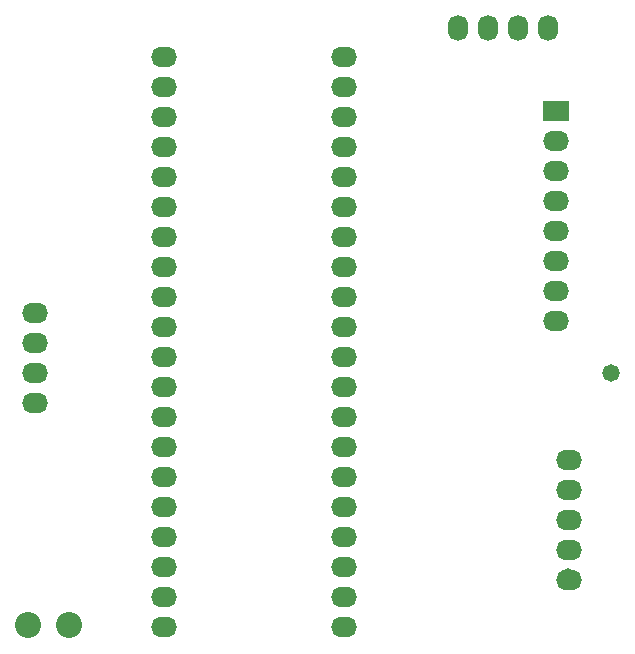
<source format=gbs>
G04*
G04 #@! TF.GenerationSoftware,Altium Limited,Altium Designer,22.5.1 (42)*
G04*
G04 Layer_Color=16711935*
%FSLAX44Y44*%
%MOMM*%
G71*
G04*
G04 #@! TF.SameCoordinates,8A75C3A4-9842-482E-9D60-312BCB363DCA*
G04*
G04*
G04 #@! TF.FilePolarity,Negative*
G04*
G01*
G75*
%ADD12O,2.2032X1.7272*%
%ADD13O,2.2032X1.7272*%
%ADD14O,1.7272X2.2032*%
%ADD15R,2.2032X1.7272*%
%ADD16C,2.2032*%
%ADD17C,1.4732*%
D12*
X852170Y767080D02*
D03*
Y792480D02*
D03*
Y817880D02*
D03*
Y843280D02*
D03*
Y386080D02*
D03*
Y411480D02*
D03*
Y462280D02*
D03*
Y487680D02*
D03*
Y513080D02*
D03*
Y538480D02*
D03*
Y563880D02*
D03*
Y589280D02*
D03*
Y741680D02*
D03*
Y716280D02*
D03*
Y690880D02*
D03*
Y665480D02*
D03*
Y640080D02*
D03*
Y614680D02*
D03*
X1004570Y767080D02*
D03*
Y792480D02*
D03*
Y843280D02*
D03*
Y386080D02*
D03*
Y411480D02*
D03*
Y436880D02*
D03*
Y462280D02*
D03*
Y487680D02*
D03*
Y513080D02*
D03*
Y538480D02*
D03*
Y563880D02*
D03*
Y589280D02*
D03*
Y741680D02*
D03*
Y716280D02*
D03*
Y690880D02*
D03*
Y665480D02*
D03*
Y640080D02*
D03*
Y614680D02*
D03*
X852170Y436880D02*
D03*
X1004570Y868680D02*
D03*
Y817880D02*
D03*
X852170Y868680D02*
D03*
X1183640Y645160D02*
D03*
Y670560D02*
D03*
Y797560D02*
D03*
Y695960D02*
D03*
Y772160D02*
D03*
Y721360D02*
D03*
Y746760D02*
D03*
D13*
X1195070Y425450D02*
D03*
Y501650D02*
D03*
Y450850D02*
D03*
Y476250D02*
D03*
Y527050D02*
D03*
X742950Y600710D02*
D03*
Y575310D02*
D03*
Y651510D02*
D03*
Y626110D02*
D03*
D14*
X1126490Y892810D02*
D03*
X1101090D02*
D03*
X1177290D02*
D03*
X1151890D02*
D03*
D15*
X1183640Y822960D02*
D03*
D16*
X771880Y387350D02*
D03*
X736880D02*
D03*
D17*
X1230630Y600710D02*
D03*
X1186180Y797560D02*
D03*
X1193800Y427990D02*
D03*
M02*

</source>
